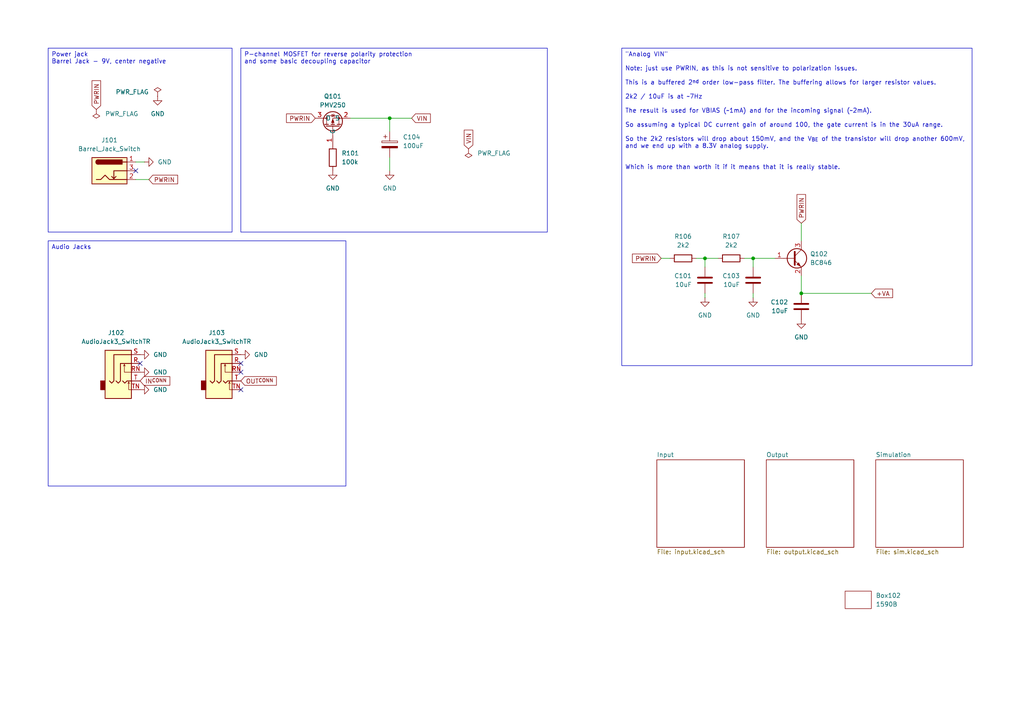
<source format=kicad_sch>
(kicad_sch (version 20250114) (generator "eeschema") (generator_version "9.0")
  (paper "A4")
  (title_block (title "Pedal Input board") (date "2025-08-18") (rev "v1.0"))
  (lib_symbols
    (symbol "Connector:Barrel_Jack_Switch" (pin_names (hide yes))
      (property "Reference" "J" (at 0 5.334 0))
      (property "Value" "Barrel_Jack_Switch" (at 0 -5.08 0))
      (symbol "Barrel_Jack_Switch_0_1"
        (rectangle (start -5.08 3.81) (end 5.08 -3.81) (stroke (width 0.254)) (fill (type background)))
        (polyline (pts (xy -3.81 -2.54) (xy -2.54 -2.54) (xy -1.27 -1.27) (xy 0 -2.54) (xy 2.54 -2.54) (xy 5.08 -2.54)) (stroke (width 0.254)))
        (arc (start -3.302 1.905) (mid -3.9343 2.54) (end -3.302 3.175) (stroke (width 0.254)))
        (arc (start -3.302 1.905) (mid -3.9343 2.54) (end -3.302 3.175) (stroke (width 0.254)) (fill (type outline)))
        (polyline (pts (xy 1.27 -2.286) (xy 1.905 -1.651)) (stroke (width 0.254)))
        (rectangle (start 3.683 3.175) (end -3.302 1.905) (stroke (width 0.254)) (fill (type outline)))
        (polyline (pts (xy 5.08 2.54) (xy 3.81 2.54)) (stroke (width 0.254)))
        (polyline (pts (xy 5.08 0) (xy 1.27 0) (xy 1.27 -2.286) (xy 0.635 -1.651)) (stroke (width 0.254)))
      )
      (symbol "Barrel_Jack_Switch_1_1"
        (pin passive line (at 7.62 2.54 180) (length 2.54) (name "~") (number "1"))
        (pin passive line (at 7.62 0 180) (length 2.54) (name "~") (number "3"))
        (pin passive line (at 7.62 -2.54 180) (length 2.54) (name "~") (number "2"))
      )
    )
    (symbol "Connector_Audio:AudioJack3_SwitchTR"
      (property "Reference" "J" (at 0 8.89 0))
      (property "Value" "AudioJack3_SwitchTR" (at 0 6.35 0))
      (symbol "AudioJack3_SwitchTR_0_1"
        (rectangle (start -5.08 -5.08) (end -6.35 -7.62) (stroke (width 0.254)) (fill (type outline)))
        (polyline (pts (xy -1.905 -5.08) (xy -1.27 -5.715) (xy -0.635 -5.08) (xy -0.635 0) (xy 2.54 0)) (stroke (width 0.254)))
        (polyline (pts (xy 0 -5.08) (xy 0.635 -5.715) (xy 1.27 -5.08) (xy 2.54 -5.08)) (stroke (width 0.254)))
        (polyline (pts (xy 0.508 -0.254) (xy 0.762 -0.762)))
        (polyline (pts (xy 1.778 -5.334) (xy 2.032 -5.842)))
        (rectangle (start 2.54 3.81) (end -5.08 -10.16) (stroke (width 0.254)) (fill (type background)))
        (polyline (pts (xy 2.54 2.54) (xy -2.54 2.54) (xy -2.54 -5.08) (xy -3.175 -5.715) (xy -3.81 -5.08)) (stroke (width 0.254)))
        (polyline (pts (xy 2.54 -2.54) (xy 0.508 -2.54) (xy 0.508 -0.254) (xy 0.254 -0.762)))
        (polyline (pts (xy 2.54 -7.62) (xy 1.778 -7.62) (xy 1.778 -5.334) (xy 1.524 -5.842)))
      )
      (symbol "AudioJack3_SwitchTR_1_1"
        (pin passive line (at 5.08 2.54 180) (length 2.54) (name "~") (number "S"))
        (pin passive line (at 5.08 0 180) (length 2.54) (name "~") (number "R"))
        (pin passive line (at 5.08 -2.54 180) (length 2.54) (name "~") (number "RN"))
        (pin passive line (at 5.08 -5.08 180) (length 2.54) (name "~") (number "T"))
        (pin passive line (at 5.08 -7.62 180) (length 2.54) (name "~") (number "TN"))
      )
    )
    (symbol "Device:C" (pin_numbers (hide yes)) (pin_names (offset 0.254))
      (property "Reference" "C" (at 0.635 2.54 0))
      (property "Value" "C" (at 0.635 -2.54 0))
      (symbol "C_0_1"
        (polyline (pts (xy -2.032 0.762) (xy 2.032 0.762)) (stroke (width 0.508)))
        (polyline (pts (xy -2.032 -0.762) (xy 2.032 -0.762)) (stroke (width 0.508)))
      )
      (symbol "C_1_1"
        (pin passive line (at 0 3.81 270) (length 2.794) (name "~") (number "1"))
        (pin passive line (at 0 -3.81 90) (length 2.794) (name "~") (number "2"))
      )
    )
    (symbol "Device:C_Polarized" (pin_numbers (hide yes)) (pin_names (offset 0.254))
      (property "Reference" "C" (at 0.635 2.54 0))
      (property "Value" "C_Polarized" (at 0.635 -2.54 0))
      (symbol "C_Polarized_0_1"
        (rectangle (start -2.286 0.508) (end 2.286 1.016))
        (polyline (pts (xy -1.778 2.286) (xy -0.762 2.286)))
        (polyline (pts (xy -1.27 2.794) (xy -1.27 1.778)))
        (rectangle (start 2.286 -0.508) (end -2.286 -1.016) (fill (type outline)))
      )
      (symbol "C_Polarized_1_1"
        (pin passive line (at 0 3.81 270) (length 2.794) (name "~") (number "1"))
        (pin passive line (at 0 -3.81 90) (length 2.794) (name "~") (number "2"))
      )
    )
    (symbol "Device:R" (pin_numbers (hide yes)) (pin_names (offset 0))
      (property "Reference" "R" (at 2.032 0 90))
      (property "Value" "R" (at 0 0 90))
      (symbol "R_0_1"
        (rectangle (start -1.016 -2.54) (end 1.016 2.54) (stroke (width 0.254)))
      )
      (symbol "R_1_1"
        (pin passive line (at 0 3.81 270) (length 1.27) (name "~") (number "1"))
        (pin passive line (at 0 -3.81 90) (length 1.27) (name "~") (number "2"))
      )
    )
    (symbol "Mylib:Enclosure_1590B" (exclude_from_sim yes)
      (property "Reference" "Box" (at 0 0 0))
      (property "Value" "1590B" (at 0 -2.54 0))
      (symbol "Enclosure_1590B_0_1"
        (rectangle (start -3.81 1.27) (end 3.81 -3.81))
      )
    )
    (symbol "Mylib:PMV250EPEAR"
      (property "Reference" "Q" (at 0 4.572 0))
      (property "Value" "PMV250" (at 0 6.604 0))
      (symbol "PMV250EPEAR_0_1"
        (polyline (pts (xy -2.54 0) (xy -1.778 0)))
        (polyline (pts (xy -2.286 -1.778) (xy -1.27 -1.778)) (stroke (width 0.254)))
        (polyline (pts (xy -1.905 -2.286) (xy 1.905 -2.286)) (stroke (width 0.254)))
        (circle (center -1.778 0) (radius 0.254) (fill (type outline)))
        (polyline (pts (xy -1.778 -1.778) (xy -1.778 0.762) (xy 1.778 0.762) (xy 1.778 -1.778)))
        (polyline (pts (xy -0.508 -1.778) (xy 0.508 -1.778)) (stroke (width 0.254)))
        (polyline (pts (xy 0 -0.254) (xy -0.381 -1.27) (xy 0.381 -1.27) (xy 0 -0.254)) (fill (type outline)))
        (circle (center 0 -0.889) (radius 2.794) (stroke (width 0.254)))
        (polyline (pts (xy 0 -2.286) (xy 0 -5.08)))
        (polyline (pts (xy 0.381 0.762) (xy -0.254 0.381) (xy -0.254 1.143) (xy 0.381 0.762)))
        (polyline (pts (xy 0.508 0.254) (xy 0.381 0.381) (xy 0.381 1.143) (xy 0.254 1.27)))
        (polyline (pts (xy 1.27 -1.778) (xy 2.286 -1.778)) (stroke (width 0.254)))
        (circle (center 1.778 0) (radius 0.254) (fill (type outline)))
        (polyline (pts (xy 2.54 0) (xy 0 0) (xy 0 -1.778)))
      )
      (symbol "PMV250EPEAR_1_1"
        (pin passive line (at -5.08 0 0) (length 2.54) (name "D") (number "3"))
        (pin input line (at 0 -7.62 90) (length 2.54) (name "G") (number "1"))
        (pin passive line (at 5.08 0 180) (length 2.54) (name "S") (number "2"))
      )
    )
    (symbol "Transistor_BJT:BC846" (pin_names (offset 0) (hide yes))
      (property "Reference" "Q" (at 5.08 1.905 0))
      (property "Value" "BC846" (at 5.08 0 0))
      (symbol "BC846_0_1"
        (polyline (pts (xy -2.54 0) (xy 0.635 0)))
        (polyline (pts (xy 0.635 1.905) (xy 0.635 -1.905)) (stroke (width 0.508)))
        (circle (center 1.27 0) (radius 2.8194) (stroke (width 0.254)))
      )
      (symbol "BC846_1_1"
        (polyline (pts (xy 0.635 0.635) (xy 2.54 2.54)))
        (polyline (pts (xy 0.635 -0.635) (xy 2.54 -2.54)))
        (polyline (pts (xy 1.27 -1.778) (xy 1.778 -1.27) (xy 2.286 -2.286) (xy 1.27 -1.778)) (fill (type outline)))
        (pin input line (at -5.08 0 0) (length 2.54) (name "B") (number "1"))
        (pin passive line (at 2.54 5.08 270) (length 2.54) (name "C") (number "3"))
        (pin passive line (at 2.54 -5.08 90) (length 2.54) (name "E") (number "2"))
      )
    )
    (symbol "power:GND" (power) (pin_numbers (hide yes)) (pin_names (offset 0) (hide yes))
      (property "Value" "GND" (at 0 -3.81 0))
      (symbol "GND_0_1"
        (polyline (pts (xy 0 0) (xy 0 -1.27) (xy 1.27 -1.27) (xy 0 -2.54) (xy -1.27 -1.27) (xy 0 -1.27)))
      )
      (symbol "GND_1_1"
        (pin power_in line (at 0 0 270) (length 0) (name "~") (number "1"))
      )
    )
    (symbol "power:PWR_FLAG" (power) (pin_numbers (hide yes)) (pin_names (offset 0) (hide yes))
      (property "Value" "PWR_FLAG" (at 0 3.81 0))
      (symbol "PWR_FLAG_0_0"
        (pin power_out line (at 0 0 90) (length 0) (name "~") (number "1"))
      )
      (symbol "PWR_FLAG_0_1"
        (polyline (pts (xy 0 0) (xy 0 1.27) (xy -1.016 1.905) (xy 0 2.54) (xy 1.016 1.905) (xy 0 1.27)))
      )
    )
  )
  (text_box "Power jack\nBarrel Jack - 9V, center negative" (at 13.97 13.97 0) (size 53.34 53.34) (margins 0.9525 0.9525 0.9525 0.9525) (effects (font (size 1.27 1.27)) (justify left top)))
  (text_box "Audio Jacks" (at 13.97 69.85 0) (size 86.36 71.12) (margins 0.9525 0.9525 0.9525 0.9525) (effects (font (size 1.27 1.27)) (justify left top)))
  (text_box "P-channel MOSFET for reverse polarity protection\nand some basic decoupling capacitor" (at 69.85 13.97 0) (size 88.9 53.34) (margins 0.9525 0.9525 0.9525 0.9525) (effects (font (size 1.27 1.27)) (justify left top)))
  (text_box "\"Analog VIN\"\n\nNote: just use PWRIN, as this is not sensitive to polarization issues.\n\nThis is a buffered 2^{nd} order low-pass filter. The buffering allows for larger resistor values.\n\n2k2 / 10uF is at ~7Hz\n\nThe result is used for VBIAS (~1mA) and for the incoming signal (~2mA).\n\nSo assuming a typical DC current gain of around 100, the gate current is in the 30uA range.\n\nSo the 2k2 resistors will drop about 150mV, and the V_{BE} of the transistor will drop another 600mV, and we end up with a 8.3V analog supply. \n\n\nWhich is more than worth it if it means that it is really stable." (at 180.34 13.97 0) (size 101.6 92.075) (margins 0.9525 0.9525 0.9525 0.9525) (effects (font (size 1.27 1.27)) (justify left top)))
  (junction (at 232.41 85.09))
  (junction (at 204.47 74.93))
  (junction (at 113.03 34.29))
  (junction (at 218.44 74.93))
  (no_connect (at 69.85 107.95))
  (no_connect (at 40.64 105.41))
  (no_connect (at 69.85 105.41))
  (no_connect (at 69.85 113.03))
  (no_connect (at 39.37 49.53))
  (wire (pts (xy 191.77 74.93) (xy 194.31 74.93)))
  (wire (pts (xy 119.38 34.29) (xy 113.03 34.29)))
  (wire (pts (xy 218.44 85.09) (xy 218.44 86.36)))
  (wire (pts (xy 204.47 85.09) (xy 204.47 86.36)))
  (wire (pts (xy 232.41 85.09) (xy 252.73 85.09)))
  (wire (pts (xy 113.03 34.29) (xy 101.6 34.29)))
  (wire (pts (xy 232.41 64.77) (xy 232.41 69.85)))
  (wire (pts (xy 113.03 45.72) (xy 113.03 49.53)))
  (wire (pts (xy 218.44 74.93) (xy 224.79 74.93)))
  (wire (pts (xy 232.41 80.01) (xy 232.41 85.09)))
  (wire (pts (xy 204.47 74.93) (xy 204.47 77.47)))
  (wire (pts (xy 215.9 74.93) (xy 218.44 74.93)))
  (wire (pts (xy 39.37 52.07) (xy 43.18 52.07)))
  (wire (pts (xy 201.93 74.93) (xy 204.47 74.93)))
  (wire (pts (xy 39.37 46.99) (xy 41.91 46.99)))
  (wire (pts (xy 204.47 74.93) (xy 208.28 74.93)))
  (wire (pts (xy 218.44 74.93) (xy 218.44 77.47)))
  (wire (pts (xy 113.03 34.29) (xy 113.03 38.1)))
  (global_label "OUT^{CONN}" (shape input) (at 69.85 110.49 0) (property "Intersheetrefs" "${INTERSHEET_REFS}" (effects (hide yes))))
  (global_label "PWRIN" (shape input) (at 191.77 74.93 180) (property "Intersheetrefs" "${INTERSHEET_REFS}" (effects (hide yes))))
  (global_label "VIN" (shape input) (at 119.38 34.29 0) (property "Intersheetrefs" "${INTERSHEET_REFS}" (effects (hide yes))))
  (global_label "VIN" (shape input) (at 135.89 43.18 90) (property "Intersheetrefs" "${INTERSHEET_REFS}" (effects (hide yes))))
  (global_label "IN^{CONN}" (shape input) (at 40.64 110.49 0) (property "Intersheetrefs" "${INTERSHEET_REFS}" (effects (hide yes))))
  (global_label "PWRIN" (shape input) (at 27.94 31.75 90) (property "Intersheetrefs" "${INTERSHEET_REFS}" (effects (hide yes))))
  (global_label "PWRIN" (shape input) (at 43.18 52.07 0) (property "Intersheetrefs" "${INTERSHEET_REFS}" (effects (hide yes))))
  (global_label "PWRIN" (shape input) (at 232.41 64.77 90) (property "Intersheetrefs" "${INTERSHEET_REFS}" (effects (hide yes))))
  (global_label "+VA" (shape input) (at 252.73 85.09 0) (property "Intersheetrefs" "${INTERSHEET_REFS}" (effects (hide yes))))
  (global_label "PWRIN" (shape input) (at 91.44 34.29 180) (property "Intersheetrefs" "${INTERSHEET_REFS}" (effects (hide yes))))
  (symbol (lib_id "Device:C") (at 232.41 88.9 0) (mirror y) (unit 1)
    (property "Reference" "C102" (at 228.6 87.6299 0) (effects (justify left)))
    (property "Value" "10uF" (at 228.6 90.1699 0) (effects (justify left)))
    (property "Footprint" "Capacitor_SMD:C_1206_3216Metric" (effects (hide yes)))
    (property "Description" "Unpolarized capacitor" (effects (hide yes)))
  )
  (symbol (lib_id "Device:C_Polarized") (at 113.03 41.91 0) (unit 1)
    (property "Reference" "C104" (at 116.84 39.7509 0) (effects (justify left)))
    (property "Value" "100uF" (at 116.84 42.2909 0) (effects (justify left)))
    (property "Footprint" "Capacitor_THT:CP_Radial_D8.0mm_P5.00mm" (effects (hide yes)))
    (property "Description" "Polarized capacitor" (effects (hide yes)))
  )
  (symbol (lib_id "power:GND") (at 40.64 107.95 90) (unit 1)
    (property "Reference" "#PWR0105" (effects (hide yes)))
    (property "Value" "GND" (at 44.45 107.9499 90) (effects (justify right)))
    (property "Description" "Power symbol creates a global label with name \"GND\" , ground" (effects (hide yes)))
  )
  (symbol (lib_id "power:GND") (at 204.47 86.36 0) (unit 1)
    (property "Reference" "#PWR0112" (effects (hide yes)))
    (property "Value" "GND" (at 204.47 91.44 0))
    (property "Description" "Power symbol creates a global label with name \"GND\" , ground" (effects (hide yes)))
  )
  (symbol (lib_id "power:PWR_FLAG") (at 135.89 43.18 180) (unit 1)
    (property "Reference" "#FLG0103" (effects (hide yes)))
    (property "Value" "PWR_FLAG" (at 138.43 44.4499 0) (effects (justify right)))
    (property "Description" "Special symbol for telling ERC where power comes from" (effects (hide yes)))
  )
  (symbol (lib_id "Mylib:Enclosure_1590B") (at 248.92 172.72 0) (unit 1) (exclude_from_sim yes)
    (property "Reference" "Box102" (at 254 172.7199 0) (effects (justify left)))
    (property "Value" "1590B" (at 254 175.2599 0) (effects (justify left)))
    (property "Footprint" "Mylib:1590B" (effects (hide yes)))
    (property "Datasheet" "https://www.hammfg.com/pdf/1590B.pdf" (effects (hide yes)))
    (property "Description" "Guitar pedal enclosure" (effects (hide yes)))
  )
  (symbol (lib_id "Device:R") (at 198.12 74.93 90) (unit 1)
    (property "Reference" "R106" (at 198.12 68.58 90))
    (property "Value" "2k2" (at 198.12 71.12 90))
    (property "Footprint" "Resistor_SMD:R_0805_2012Metric" (effects (hide yes)))
    (property "Description" "Resistor" (effects (hide yes)))
  )
  (symbol (lib_id "Connector:Barrel_Jack_Switch") (at 31.75 49.53 0) (unit 1) (exclude_from_sim yes)
    (property "Reference" "J101" (at 31.75 40.64 0))
    (property "Value" "Barrel_Jack_Switch" (at 31.75 43.18 0))
    (property "Footprint" "Mylib:Wurth WR-DC 2.1mm Power Jack" (effects (hide yes)))
    (property "Description" "DC Barrel Jack with an internal switch" (effects (hide yes)))
  )
  (symbol (lib_id "Device:R") (at 96.52 45.72 0) (unit 1)
    (property "Reference" "R101" (at 99.06 44.4499 0) (effects (justify left)))
    (property "Value" "100k" (at 99.06 46.9899 0) (effects (justify left)))
    (property "Footprint" "Resistor_SMD:R_0805_2012Metric" (effects (hide yes)))
    (property "Description" "Resistor" (effects (hide yes)))
  )
  (symbol (lib_id "power:PWR_FLAG") (at 27.94 31.75 180) (unit 1)
    (property "Reference" "#FLG0101" (effects (hide yes)))
    (property "Value" "PWR_FLAG" (at 30.48 33.0199 0) (effects (justify right)))
    (property "Description" "Special symbol for telling ERC where power comes from" (effects (hide yes)))
  )
  (symbol (lib_id "power:GND") (at 69.85 102.87 90) (unit 1)
    (property "Reference" "#PWR0106" (effects (hide yes)))
    (property "Value" "GND" (at 73.66 102.8699 90) (effects (justify right)))
    (property "Description" "Power symbol creates a global label with name \"GND\" , ground" (effects (hide yes)))
  )
  (symbol (lib_id "power:GND") (at 45.72 27.94 0) (unit 1)
    (property "Reference" "#PWR0107" (effects (hide yes)))
    (property "Value" "GND" (at 45.72 33.02 0))
    (property "Description" "Power symbol creates a global label with name \"GND\" , ground" (effects (hide yes)))
  )
  (symbol (lib_id "Transistor_BJT:BC846") (at 229.87 74.93 0) (unit 1)
    (property "Reference" "Q102" (at 234.95 73.6599 0) (effects (justify left)))
    (property "Value" "BC846" (at 234.95 76.1999 0) (effects (justify left)))
    (property "Footprint" "Package_TO_SOT_SMD:SOT-23" (effects (hide yes)))
    (property "Datasheet" "https://assets.nexperia.com/documents/data-sheet/BC846_SER.pdf" (effects (hide yes)))
    (property "Description" "0.1A Ic, 65V Vce, NPN Transistor, SOT-23" (effects (hide yes)))
    (property "Sim.Library" "/home/torvalds/KiCad/sim/BC846.txt" (effects (hide yes)))
    (property "Sim.Name" "BC846" (effects (hide yes)))
    (property "Sim.Device" "SUBCKT" (effects (hide yes)))
    (property "Sim.Pins" "1=2 2=3 3=1" (effects (hide yes)))
  )
  (symbol (lib_id "power:GND") (at 40.64 113.03 90) (unit 1)
    (property "Reference" "#PWR0115" (effects (hide yes)))
    (property "Value" "GND" (at 44.45 113.0299 90) (effects (justify right)))
    (property "Description" "Power symbol creates a global label with name \"GND\" , ground" (effects (hide yes)))
  )
  (symbol (lib_id "power:GND") (at 232.41 92.71 0) (unit 1)
    (property "Reference" "#PWR0113" (effects (hide yes)))
    (property "Value" "GND" (at 232.41 97.79 0))
    (property "Description" "Power symbol creates a global label with name \"GND\" , ground" (effects (hide yes)))
  )
  (symbol (lib_id "power:GND") (at 113.03 49.53 0) (unit 1)
    (property "Reference" "#PWR0108" (effects (hide yes)))
    (property "Value" "GND" (at 113.03 54.61 0))
    (property "Description" "Power symbol creates a global label with name \"GND\" , ground" (effects (hide yes)))
  )
  (symbol (lib_id "Device:C") (at 218.44 81.28 0) (mirror y) (unit 1)
    (property "Reference" "C103" (at 214.63 80.0099 0) (effects (justify left)))
    (property "Value" "10uF" (at 214.63 82.5499 0) (effects (justify left)))
    (property "Footprint" "Capacitor_SMD:C_1206_3216Metric" (effects (hide yes)))
    (property "Description" "Unpolarized capacitor" (effects (hide yes)))
  )
  (symbol (lib_id "Connector_Audio:AudioJack3_SwitchTR") (at 35.56 105.41 0) (unit 1) (exclude_from_sim yes)
    (property "Reference" "J102" (at 33.655 96.52 0))
    (property "Value" "AudioJack3_SwitchTR" (at 33.655 99.06 0))
    (property "Footprint" "Mylib:NRJ6HM-1-PRE" (effects (hide yes)))
    (property "Description" "Audio Jack, 3 Poles (Stereo / TRS), Switched TR Poles (Normalling)" (effects (hide yes)))
  )
  (symbol (lib_id "Mylib:PMV250EPEAR") (at 96.52 34.29 0) (unit 1)
    (property "Reference" "Q101" (at 96.52 27.94 0))
    (property "Value" "PMV250" (at 96.52 30.48 0))
    (property "Footprint" "Package_TO_SOT_SMD:SOT-23-3" (effects (hide yes)))
    (property "Datasheet" "https://assets.nexperia.com/documents/data-sheet/PMV250EPEA.pdf" (effects (hide yes)))
    (property "Description" "P-channel enhancement mode FET" (effects (hide yes)))
    (property "Sim.Library" "spice/PMV250EPEA.lib" (effects (hide yes)))
    (property "Sim.Name" "PMV250" (effects (hide yes)))
    (property "Sim.Device" "SUBCKT" (effects (hide yes)))
    (property "Sim.Pins" "1=GATE 2=SOURCE 3=DRAIN" (effects (hide yes)))
  )
  (symbol (lib_id "Device:C") (at 204.47 81.28 0) (mirror y) (unit 1)
    (property "Reference" "C101" (at 200.66 80.0099 0) (effects (justify left)))
    (property "Value" "10uF" (at 200.66 82.5499 0) (effects (justify left)))
    (property "Footprint" "Capacitor_SMD:C_1206_3216Metric" (effects (hide yes)))
    (property "Description" "Unpolarized capacitor" (effects (hide yes)))
  )
  (symbol (lib_id "Connector_Audio:AudioJack3_SwitchTR") (at 64.77 105.41 0) (unit 1) (exclude_from_sim yes)
    (property "Reference" "J103" (at 62.865 96.52 0))
    (property "Value" "AudioJack3_SwitchTR" (at 62.865 99.06 0))
    (property "Footprint" "Mylib:NRJ6HM-1-PRE" (effects (hide yes)))
    (property "Description" "Audio Jack, 3 Poles (Stereo / TRS), Switched TR Poles (Normalling)" (effects (hide yes)))
  )
  (symbol (lib_id "power:PWR_FLAG") (at 45.72 27.94 0) (mirror y) (unit 1)
    (property "Reference" "#FLG0102" (effects (hide yes)))
    (property "Value" "PWR_FLAG" (at 43.18 26.6699 0) (effects (justify left)))
    (property "Description" "Special symbol for telling ERC where power comes from" (effects (hide yes)))
  )
  (symbol (lib_id "power:GND") (at 41.91 46.99 90) (unit 1)
    (property "Reference" "#PWR0102" (effects (hide yes)))
    (property "Value" "GND" (at 45.72 46.9899 90) (effects (justify right)))
    (property "Description" "Power symbol creates a global label with name \"GND\" , ground" (effects (hide yes)))
  )
  (symbol (lib_id "power:GND") (at 218.44 86.36 0) (unit 1)
    (property "Reference" "#PWR0114" (effects (hide yes)))
    (property "Value" "GND" (at 218.44 91.44 0))
    (property "Description" "Power symbol creates a global label with name \"GND\" , ground" (effects (hide yes)))
  )
  (symbol (lib_id "power:GND") (at 40.64 102.87 90) (unit 1)
    (property "Reference" "#PWR0104" (effects (hide yes)))
    (property "Value" "GND" (at 44.45 102.8699 90) (effects (justify right)))
    (property "Description" "Power symbol creates a global label with name \"GND\" , ground" (effects (hide yes)))
  )
  (symbol (lib_id "Device:R") (at 212.09 74.93 90) (unit 1)
    (property "Reference" "R107" (at 212.09 68.58 90))
    (property "Value" "2k2" (at 212.09 71.12 90))
    (property "Footprint" "Resistor_SMD:R_0805_2012Metric" (effects (hide yes)))
    (property "Description" "Resistor" (effects (hide yes)))
  )
  (symbol (lib_id "power:GND") (at 96.52 49.53 0) (unit 1)
    (property "Reference" "#PWR0101" (effects (hide yes)))
    (property "Value" "GND" (at 96.52 54.61 0))
    (property "Description" "Power symbol creates a global label with name \"GND\" , ground" (effects (hide yes)))
  )
  (sheet (at 222.25 133.35) (size 25.4 25.4) (stroke (width 0.1524))
    (property "Sheetname" "Output" (at 222.25 132.6384 0) (effects (justify left bottom)))
    (property "Sheetfile" "output.kicad_sch" (at 222.25 159.3346 0) (effects (justify left top)))
  )
  (sheet (at 254 133.35) (size 25.4 25.4) (stroke (width 0.1524))
    (property "Sheetname" "Simulation" (at 254 132.6384 0) (effects (justify left bottom)))
    (property "Sheetfile" "sim.kicad_sch" (at 254 159.3346 0) (effects (justify left top)))
  )
  (sheet (at 190.5 133.35) (size 25.4 25.4) (stroke (width 0.1524))
    (property "Sheetname" "Input" (at 190.5 132.6384 0) (effects (justify left bottom)))
    (property "Sheetfile" "input.kicad_sch" (at 190.5 159.3346 0) (effects (justify left top)))
  )
)
</source>
